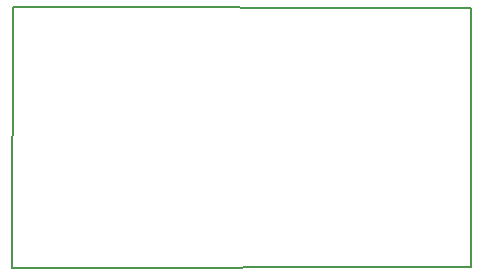
<source format=gbr>
%FSLAX34Y34*%
%MOMM*%
%LNOUTLINE*%
G71*
G01*
%ADD10C,0.150*%
%LPD*%
G54D10*
X100Y220703D02*
X0Y0D01*
X388600Y200D01*
X388500Y220100D01*
X103Y220600D01*
M02*

</source>
